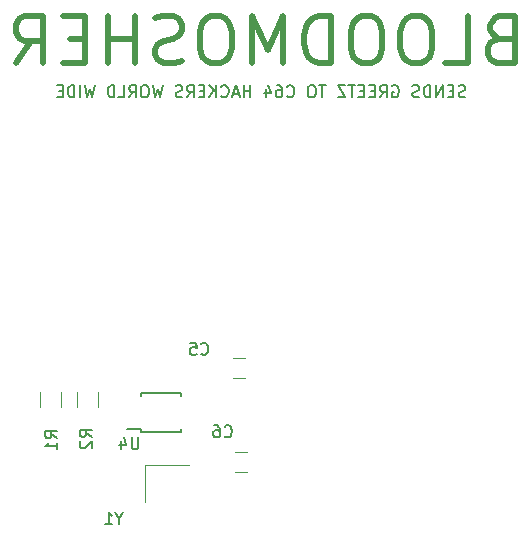
<source format=gbr>
%TF.GenerationSoftware,KiCad,Pcbnew,(5.1.9)-1*%
%TF.CreationDate,2024-11-26T15:48:13-08:00*%
%TF.ProjectId,RADA3K,52414441-334b-42e6-9b69-6361645f7063,rev?*%
%TF.SameCoordinates,Original*%
%TF.FileFunction,Legend,Bot*%
%TF.FilePolarity,Positive*%
%FSLAX46Y46*%
G04 Gerber Fmt 4.6, Leading zero omitted, Abs format (unit mm)*
G04 Created by KiCad (PCBNEW (5.1.9)-1) date 2024-11-26 15:48:13*
%MOMM*%
%LPD*%
G01*
G04 APERTURE LIST*
%ADD10C,0.150000*%
%ADD11C,0.500000*%
%ADD12C,0.120000*%
G04 APERTURE END LIST*
D10*
X103629714Y-92147761D02*
X103486857Y-92195380D01*
X103248761Y-92195380D01*
X103153523Y-92147761D01*
X103105904Y-92100142D01*
X103058285Y-92004904D01*
X103058285Y-91909666D01*
X103105904Y-91814428D01*
X103153523Y-91766809D01*
X103248761Y-91719190D01*
X103439238Y-91671571D01*
X103534476Y-91623952D01*
X103582095Y-91576333D01*
X103629714Y-91481095D01*
X103629714Y-91385857D01*
X103582095Y-91290619D01*
X103534476Y-91243000D01*
X103439238Y-91195380D01*
X103201142Y-91195380D01*
X103058285Y-91243000D01*
X102629714Y-91671571D02*
X102296380Y-91671571D01*
X102153523Y-92195380D02*
X102629714Y-92195380D01*
X102629714Y-91195380D01*
X102153523Y-91195380D01*
X101724952Y-92195380D02*
X101724952Y-91195380D01*
X101153523Y-92195380D01*
X101153523Y-91195380D01*
X100677333Y-92195380D02*
X100677333Y-91195380D01*
X100439238Y-91195380D01*
X100296380Y-91243000D01*
X100201142Y-91338238D01*
X100153523Y-91433476D01*
X100105904Y-91623952D01*
X100105904Y-91766809D01*
X100153523Y-91957285D01*
X100201142Y-92052523D01*
X100296380Y-92147761D01*
X100439238Y-92195380D01*
X100677333Y-92195380D01*
X99724952Y-92147761D02*
X99582095Y-92195380D01*
X99344000Y-92195380D01*
X99248761Y-92147761D01*
X99201142Y-92100142D01*
X99153523Y-92004904D01*
X99153523Y-91909666D01*
X99201142Y-91814428D01*
X99248761Y-91766809D01*
X99344000Y-91719190D01*
X99534476Y-91671571D01*
X99629714Y-91623952D01*
X99677333Y-91576333D01*
X99724952Y-91481095D01*
X99724952Y-91385857D01*
X99677333Y-91290619D01*
X99629714Y-91243000D01*
X99534476Y-91195380D01*
X99296380Y-91195380D01*
X99153523Y-91243000D01*
X97439238Y-91243000D02*
X97534476Y-91195380D01*
X97677333Y-91195380D01*
X97820190Y-91243000D01*
X97915428Y-91338238D01*
X97963047Y-91433476D01*
X98010666Y-91623952D01*
X98010666Y-91766809D01*
X97963047Y-91957285D01*
X97915428Y-92052523D01*
X97820190Y-92147761D01*
X97677333Y-92195380D01*
X97582095Y-92195380D01*
X97439238Y-92147761D01*
X97391619Y-92100142D01*
X97391619Y-91766809D01*
X97582095Y-91766809D01*
X96391619Y-92195380D02*
X96724952Y-91719190D01*
X96963047Y-92195380D02*
X96963047Y-91195380D01*
X96582095Y-91195380D01*
X96486857Y-91243000D01*
X96439238Y-91290619D01*
X96391619Y-91385857D01*
X96391619Y-91528714D01*
X96439238Y-91623952D01*
X96486857Y-91671571D01*
X96582095Y-91719190D01*
X96963047Y-91719190D01*
X95963047Y-91671571D02*
X95629714Y-91671571D01*
X95486857Y-92195380D02*
X95963047Y-92195380D01*
X95963047Y-91195380D01*
X95486857Y-91195380D01*
X95058285Y-91671571D02*
X94724952Y-91671571D01*
X94582095Y-92195380D02*
X95058285Y-92195380D01*
X95058285Y-91195380D01*
X94582095Y-91195380D01*
X94296380Y-91195380D02*
X93724952Y-91195380D01*
X94010666Y-92195380D02*
X94010666Y-91195380D01*
X93486857Y-91195380D02*
X92820190Y-91195380D01*
X93486857Y-92195380D01*
X92820190Y-92195380D01*
X91820190Y-91195380D02*
X91248761Y-91195380D01*
X91534476Y-92195380D02*
X91534476Y-91195380D01*
X90724952Y-91195380D02*
X90534476Y-91195380D01*
X90439238Y-91243000D01*
X90344000Y-91338238D01*
X90296380Y-91528714D01*
X90296380Y-91862047D01*
X90344000Y-92052523D01*
X90439238Y-92147761D01*
X90534476Y-92195380D01*
X90724952Y-92195380D01*
X90820190Y-92147761D01*
X90915428Y-92052523D01*
X90963047Y-91862047D01*
X90963047Y-91528714D01*
X90915428Y-91338238D01*
X90820190Y-91243000D01*
X90724952Y-91195380D01*
X88534476Y-92100142D02*
X88582095Y-92147761D01*
X88724952Y-92195380D01*
X88820190Y-92195380D01*
X88963047Y-92147761D01*
X89058285Y-92052523D01*
X89105904Y-91957285D01*
X89153523Y-91766809D01*
X89153523Y-91623952D01*
X89105904Y-91433476D01*
X89058285Y-91338238D01*
X88963047Y-91243000D01*
X88820190Y-91195380D01*
X88724952Y-91195380D01*
X88582095Y-91243000D01*
X88534476Y-91290619D01*
X87677333Y-91195380D02*
X87867809Y-91195380D01*
X87963047Y-91243000D01*
X88010666Y-91290619D01*
X88105904Y-91433476D01*
X88153523Y-91623952D01*
X88153523Y-92004904D01*
X88105904Y-92100142D01*
X88058285Y-92147761D01*
X87963047Y-92195380D01*
X87772571Y-92195380D01*
X87677333Y-92147761D01*
X87629714Y-92100142D01*
X87582095Y-92004904D01*
X87582095Y-91766809D01*
X87629714Y-91671571D01*
X87677333Y-91623952D01*
X87772571Y-91576333D01*
X87963047Y-91576333D01*
X88058285Y-91623952D01*
X88105904Y-91671571D01*
X88153523Y-91766809D01*
X86724952Y-91528714D02*
X86724952Y-92195380D01*
X86963047Y-91147761D02*
X87201142Y-91862047D01*
X86582095Y-91862047D01*
X85439238Y-92195380D02*
X85439238Y-91195380D01*
X85439238Y-91671571D02*
X84867809Y-91671571D01*
X84867809Y-92195380D02*
X84867809Y-91195380D01*
X84439238Y-91909666D02*
X83963047Y-91909666D01*
X84534476Y-92195380D02*
X84201142Y-91195380D01*
X83867809Y-92195380D01*
X82963047Y-92100142D02*
X83010666Y-92147761D01*
X83153523Y-92195380D01*
X83248761Y-92195380D01*
X83391619Y-92147761D01*
X83486857Y-92052523D01*
X83534476Y-91957285D01*
X83582095Y-91766809D01*
X83582095Y-91623952D01*
X83534476Y-91433476D01*
X83486857Y-91338238D01*
X83391619Y-91243000D01*
X83248761Y-91195380D01*
X83153523Y-91195380D01*
X83010666Y-91243000D01*
X82963047Y-91290619D01*
X82534476Y-92195380D02*
X82534476Y-91195380D01*
X81963047Y-92195380D02*
X82391619Y-91623952D01*
X81963047Y-91195380D02*
X82534476Y-91766809D01*
X81534476Y-91671571D02*
X81201142Y-91671571D01*
X81058285Y-92195380D02*
X81534476Y-92195380D01*
X81534476Y-91195380D01*
X81058285Y-91195380D01*
X80058285Y-92195380D02*
X80391619Y-91719190D01*
X80629714Y-92195380D02*
X80629714Y-91195380D01*
X80248761Y-91195380D01*
X80153523Y-91243000D01*
X80105904Y-91290619D01*
X80058285Y-91385857D01*
X80058285Y-91528714D01*
X80105904Y-91623952D01*
X80153523Y-91671571D01*
X80248761Y-91719190D01*
X80629714Y-91719190D01*
X79677333Y-92147761D02*
X79534476Y-92195380D01*
X79296380Y-92195380D01*
X79201142Y-92147761D01*
X79153523Y-92100142D01*
X79105904Y-92004904D01*
X79105904Y-91909666D01*
X79153523Y-91814428D01*
X79201142Y-91766809D01*
X79296380Y-91719190D01*
X79486857Y-91671571D01*
X79582095Y-91623952D01*
X79629714Y-91576333D01*
X79677333Y-91481095D01*
X79677333Y-91385857D01*
X79629714Y-91290619D01*
X79582095Y-91243000D01*
X79486857Y-91195380D01*
X79248761Y-91195380D01*
X79105904Y-91243000D01*
X78010666Y-91195380D02*
X77772571Y-92195380D01*
X77582095Y-91481095D01*
X77391619Y-92195380D01*
X77153523Y-91195380D01*
X76582095Y-91195380D02*
X76391619Y-91195380D01*
X76296380Y-91243000D01*
X76201142Y-91338238D01*
X76153523Y-91528714D01*
X76153523Y-91862047D01*
X76201142Y-92052523D01*
X76296380Y-92147761D01*
X76391619Y-92195380D01*
X76582095Y-92195380D01*
X76677333Y-92147761D01*
X76772571Y-92052523D01*
X76820190Y-91862047D01*
X76820190Y-91528714D01*
X76772571Y-91338238D01*
X76677333Y-91243000D01*
X76582095Y-91195380D01*
X75153523Y-92195380D02*
X75486857Y-91719190D01*
X75724952Y-92195380D02*
X75724952Y-91195380D01*
X75344000Y-91195380D01*
X75248761Y-91243000D01*
X75201142Y-91290619D01*
X75153523Y-91385857D01*
X75153523Y-91528714D01*
X75201142Y-91623952D01*
X75248761Y-91671571D01*
X75344000Y-91719190D01*
X75724952Y-91719190D01*
X74248761Y-92195380D02*
X74724952Y-92195380D01*
X74724952Y-91195380D01*
X73915428Y-92195380D02*
X73915428Y-91195380D01*
X73677333Y-91195380D01*
X73534476Y-91243000D01*
X73439238Y-91338238D01*
X73391619Y-91433476D01*
X73344000Y-91623952D01*
X73344000Y-91766809D01*
X73391619Y-91957285D01*
X73439238Y-92052523D01*
X73534476Y-92147761D01*
X73677333Y-92195380D01*
X73915428Y-92195380D01*
X72248761Y-91195380D02*
X72010666Y-92195380D01*
X71820190Y-91481095D01*
X71629714Y-92195380D01*
X71391619Y-91195380D01*
X71010666Y-92195380D02*
X71010666Y-91195380D01*
X70534476Y-92195380D02*
X70534476Y-91195380D01*
X70296380Y-91195380D01*
X70153523Y-91243000D01*
X70058285Y-91338238D01*
X70010666Y-91433476D01*
X69963047Y-91623952D01*
X69963047Y-91766809D01*
X70010666Y-91957285D01*
X70058285Y-92052523D01*
X70153523Y-92147761D01*
X70296380Y-92195380D01*
X70534476Y-92195380D01*
X69534476Y-91671571D02*
X69201142Y-91671571D01*
X69058285Y-92195380D02*
X69534476Y-92195380D01*
X69534476Y-91195380D01*
X69058285Y-91195380D01*
D11*
X106508285Y-87227285D02*
X105936857Y-87417761D01*
X105746380Y-87608238D01*
X105555904Y-87989190D01*
X105555904Y-88560619D01*
X105746380Y-88941571D01*
X105936857Y-89132047D01*
X106317809Y-89322523D01*
X107841619Y-89322523D01*
X107841619Y-85322523D01*
X106508285Y-85322523D01*
X106127333Y-85513000D01*
X105936857Y-85703476D01*
X105746380Y-86084428D01*
X105746380Y-86465380D01*
X105936857Y-86846333D01*
X106127333Y-87036809D01*
X106508285Y-87227285D01*
X107841619Y-87227285D01*
X101936857Y-89322523D02*
X103841619Y-89322523D01*
X103841619Y-85322523D01*
X99841619Y-85322523D02*
X99079714Y-85322523D01*
X98698761Y-85513000D01*
X98317809Y-85893952D01*
X98127333Y-86655857D01*
X98127333Y-87989190D01*
X98317809Y-88751095D01*
X98698761Y-89132047D01*
X99079714Y-89322523D01*
X99841619Y-89322523D01*
X100222571Y-89132047D01*
X100603523Y-88751095D01*
X100794000Y-87989190D01*
X100794000Y-86655857D01*
X100603523Y-85893952D01*
X100222571Y-85513000D01*
X99841619Y-85322523D01*
X95651142Y-85322523D02*
X94889238Y-85322523D01*
X94508285Y-85513000D01*
X94127333Y-85893952D01*
X93936857Y-86655857D01*
X93936857Y-87989190D01*
X94127333Y-88751095D01*
X94508285Y-89132047D01*
X94889238Y-89322523D01*
X95651142Y-89322523D01*
X96032095Y-89132047D01*
X96413047Y-88751095D01*
X96603523Y-87989190D01*
X96603523Y-86655857D01*
X96413047Y-85893952D01*
X96032095Y-85513000D01*
X95651142Y-85322523D01*
X92222571Y-89322523D02*
X92222571Y-85322523D01*
X91270190Y-85322523D01*
X90698761Y-85513000D01*
X90317809Y-85893952D01*
X90127333Y-86274904D01*
X89936857Y-87036809D01*
X89936857Y-87608238D01*
X90127333Y-88370142D01*
X90317809Y-88751095D01*
X90698761Y-89132047D01*
X91270190Y-89322523D01*
X92222571Y-89322523D01*
X88222571Y-89322523D02*
X88222571Y-85322523D01*
X86889238Y-88179666D01*
X85555904Y-85322523D01*
X85555904Y-89322523D01*
X82889238Y-85322523D02*
X82127333Y-85322523D01*
X81746380Y-85513000D01*
X81365428Y-85893952D01*
X81174952Y-86655857D01*
X81174952Y-87989190D01*
X81365428Y-88751095D01*
X81746380Y-89132047D01*
X82127333Y-89322523D01*
X82889238Y-89322523D01*
X83270190Y-89132047D01*
X83651142Y-88751095D01*
X83841619Y-87989190D01*
X83841619Y-86655857D01*
X83651142Y-85893952D01*
X83270190Y-85513000D01*
X82889238Y-85322523D01*
X79651142Y-89132047D02*
X79079714Y-89322523D01*
X78127333Y-89322523D01*
X77746380Y-89132047D01*
X77555904Y-88941571D01*
X77365428Y-88560619D01*
X77365428Y-88179666D01*
X77555904Y-87798714D01*
X77746380Y-87608238D01*
X78127333Y-87417761D01*
X78889238Y-87227285D01*
X79270190Y-87036809D01*
X79460666Y-86846333D01*
X79651142Y-86465380D01*
X79651142Y-86084428D01*
X79460666Y-85703476D01*
X79270190Y-85513000D01*
X78889238Y-85322523D01*
X77936857Y-85322523D01*
X77365428Y-85513000D01*
X75651142Y-89322523D02*
X75651142Y-85322523D01*
X75651142Y-87227285D02*
X73365428Y-87227285D01*
X73365428Y-89322523D02*
X73365428Y-85322523D01*
X71460666Y-87227285D02*
X70127333Y-87227285D01*
X69555904Y-89322523D02*
X71460666Y-89322523D01*
X71460666Y-85322523D01*
X69555904Y-85322523D01*
X65555904Y-89322523D02*
X66889238Y-87417761D01*
X67841619Y-89322523D02*
X67841619Y-85322523D01*
X66317809Y-85322523D01*
X65936857Y-85513000D01*
X65746380Y-85703476D01*
X65555904Y-86084428D01*
X65555904Y-86655857D01*
X65746380Y-87036809D01*
X65936857Y-87227285D01*
X66317809Y-87417761D01*
X67841619Y-87417761D01*
D12*
%TO.C,C5*%
X83967700Y-114288200D02*
X84967700Y-114288200D01*
X84967700Y-115988200D02*
X83967700Y-115988200D01*
%TO.C,C6*%
X85132800Y-123925700D02*
X84132800Y-123925700D01*
X84132800Y-122225700D02*
X85132800Y-122225700D01*
%TO.C,Y1*%
X76471700Y-123329500D02*
X80271700Y-123329500D01*
X76471700Y-126479500D02*
X76471700Y-123329500D01*
D10*
%TO.C,U4*%
X76176000Y-120547000D02*
X76176000Y-120322000D01*
X79526000Y-120547000D02*
X79526000Y-120247000D01*
X79526000Y-117197000D02*
X79526000Y-117497000D01*
X76176000Y-117197000D02*
X76176000Y-117497000D01*
X76176000Y-120547000D02*
X79526000Y-120547000D01*
X76176000Y-117197000D02*
X79526000Y-117197000D01*
X76176000Y-120322000D02*
X74951000Y-120322000D01*
D12*
%TO.C,R1*%
X69422200Y-118393100D02*
X69422200Y-117193100D01*
X67662200Y-117193100D02*
X67662200Y-118393100D01*
%TO.C,R2*%
X72521000Y-118393100D02*
X72521000Y-117193100D01*
X70761000Y-117193100D02*
X70761000Y-118393100D01*
%TO.C,C5*%
D10*
X81268866Y-113895142D02*
X81316485Y-113942761D01*
X81459342Y-113990380D01*
X81554580Y-113990380D01*
X81697438Y-113942761D01*
X81792676Y-113847523D01*
X81840295Y-113752285D01*
X81887914Y-113561809D01*
X81887914Y-113418952D01*
X81840295Y-113228476D01*
X81792676Y-113133238D01*
X81697438Y-113038000D01*
X81554580Y-112990380D01*
X81459342Y-112990380D01*
X81316485Y-113038000D01*
X81268866Y-113085619D01*
X80364104Y-112990380D02*
X80840295Y-112990380D01*
X80887914Y-113466571D01*
X80840295Y-113418952D01*
X80745057Y-113371333D01*
X80506961Y-113371333D01*
X80411723Y-113418952D01*
X80364104Y-113466571D01*
X80316485Y-113561809D01*
X80316485Y-113799904D01*
X80364104Y-113895142D01*
X80411723Y-113942761D01*
X80506961Y-113990380D01*
X80745057Y-113990380D01*
X80840295Y-113942761D01*
X80887914Y-113895142D01*
%TO.C,C6*%
X83250066Y-120892842D02*
X83297685Y-120940461D01*
X83440542Y-120988080D01*
X83535780Y-120988080D01*
X83678638Y-120940461D01*
X83773876Y-120845223D01*
X83821495Y-120749985D01*
X83869114Y-120559509D01*
X83869114Y-120416652D01*
X83821495Y-120226176D01*
X83773876Y-120130938D01*
X83678638Y-120035700D01*
X83535780Y-119988080D01*
X83440542Y-119988080D01*
X83297685Y-120035700D01*
X83250066Y-120083319D01*
X82392923Y-119988080D02*
X82583400Y-119988080D01*
X82678638Y-120035700D01*
X82726257Y-120083319D01*
X82821495Y-120226176D01*
X82869114Y-120416652D01*
X82869114Y-120797604D01*
X82821495Y-120892842D01*
X82773876Y-120940461D01*
X82678638Y-120988080D01*
X82488161Y-120988080D01*
X82392923Y-120940461D01*
X82345304Y-120892842D01*
X82297685Y-120797604D01*
X82297685Y-120559509D01*
X82345304Y-120464271D01*
X82392923Y-120416652D01*
X82488161Y-120369033D01*
X82678638Y-120369033D01*
X82773876Y-120416652D01*
X82821495Y-120464271D01*
X82869114Y-120559509D01*
%TO.C,Y1*%
X74339390Y-127877890D02*
X74339390Y-128354080D01*
X74672723Y-127354080D02*
X74339390Y-127877890D01*
X74006057Y-127354080D01*
X73148914Y-128354080D02*
X73720342Y-128354080D01*
X73434628Y-128354080D02*
X73434628Y-127354080D01*
X73529866Y-127496938D01*
X73625104Y-127592176D01*
X73720342Y-127639795D01*
%TO.C,U4*%
X75945904Y-121004080D02*
X75945904Y-121813604D01*
X75898285Y-121908842D01*
X75850666Y-121956461D01*
X75755428Y-122004080D01*
X75564952Y-122004080D01*
X75469714Y-121956461D01*
X75422095Y-121908842D01*
X75374476Y-121813604D01*
X75374476Y-121004080D01*
X74469714Y-121337414D02*
X74469714Y-122004080D01*
X74707809Y-120956461D02*
X74945904Y-121670747D01*
X74326857Y-121670747D01*
%TO.C,R1*%
X69070480Y-121067533D02*
X68594290Y-120734200D01*
X69070480Y-120496104D02*
X68070480Y-120496104D01*
X68070480Y-120877057D01*
X68118100Y-120972295D01*
X68165719Y-121019914D01*
X68260957Y-121067533D01*
X68403814Y-121067533D01*
X68499052Y-121019914D01*
X68546671Y-120972295D01*
X68594290Y-120877057D01*
X68594290Y-120496104D01*
X69070480Y-122019914D02*
X69070480Y-121448485D01*
X69070480Y-121734200D02*
X68070480Y-121734200D01*
X68213338Y-121638961D01*
X68308576Y-121543723D01*
X68356195Y-121448485D01*
%TO.C,R2*%
X71991480Y-120953233D02*
X71515290Y-120619900D01*
X71991480Y-120381804D02*
X70991480Y-120381804D01*
X70991480Y-120762757D01*
X71039100Y-120857995D01*
X71086719Y-120905614D01*
X71181957Y-120953233D01*
X71324814Y-120953233D01*
X71420052Y-120905614D01*
X71467671Y-120857995D01*
X71515290Y-120762757D01*
X71515290Y-120381804D01*
X71086719Y-121334185D02*
X71039100Y-121381804D01*
X70991480Y-121477042D01*
X70991480Y-121715138D01*
X71039100Y-121810376D01*
X71086719Y-121857995D01*
X71181957Y-121905614D01*
X71277195Y-121905614D01*
X71420052Y-121857995D01*
X71991480Y-121286566D01*
X71991480Y-121905614D01*
%TD*%
M02*

</source>
